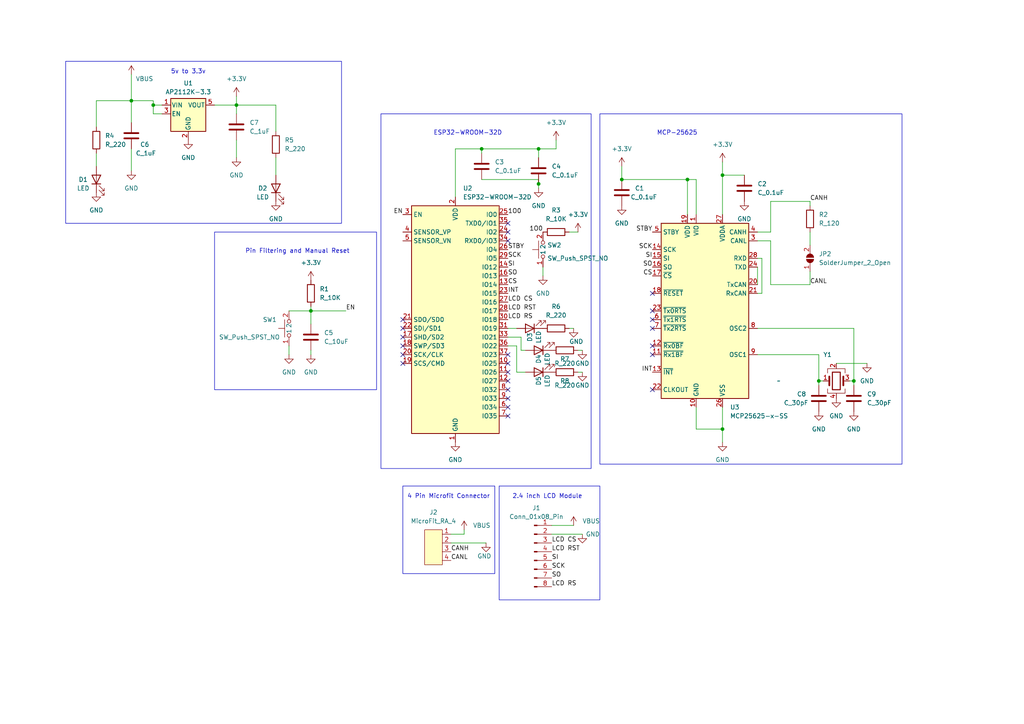
<source format=kicad_sch>
(kicad_sch (version 20230121) (generator eeschema)
  (paper "A4")
  (lib_symbols
    (symbol "Connector:Conn_01x08_Pin" (pin_names (offset 1.016) hide)
      (property "Reference" "J" (at 0 10.16 0))
      (property "Value" "Conn_01x08_Pin" (at 0 -12.7 0))
      (symbol "Conn_01x08_Pin_1_1"
        (polyline (pts (xy 1.27 -10.16) (xy 0.8636 -10.16)) (stroke (width 0.1524)))
        (polyline (pts (xy 1.27 -7.62) (xy 0.8636 -7.62)) (stroke (width 0.1524)))
        (polyline (pts (xy 1.27 -5.08) (xy 0.8636 -5.08)) (stroke (width 0.1524)))
        (polyline (pts (xy 1.27 -2.54) (xy 0.8636 -2.54)) (stroke (width 0.1524)))
        (polyline (pts (xy 1.27 0) (xy 0.8636 0)) (stroke (width 0.1524)))
        (polyline (pts (xy 1.27 2.54) (xy 0.8636 2.54)) (stroke (width 0.1524)))
        (polyline (pts (xy 1.27 5.08) (xy 0.8636 5.08)) (stroke (width 0.1524)))
        (polyline (pts (xy 1.27 7.62) (xy 0.8636 7.62)) (stroke (width 0.1524)))
        (rectangle (start 0.8636 -10.033) (end 0 -10.287) (stroke (width 0.1524)) (fill (type outline)))
        (rectangle (start 0.8636 -7.493) (end 0 -7.747) (stroke (width 0.1524)) (fill (type outline)))
        (rectangle (start 0.8636 -4.953) (end 0 -5.207) (stroke (width 0.1524)) (fill (type outline)))
        (rectangle (start 0.8636 -2.413) (end 0 -2.667) (stroke (width 0.1524)) (fill (type outline)))
        (rectangle (start 0.8636 0.127) (end 0 -0.127) (stroke (width 0.1524)) (fill (type outline)))
        (rectangle (start 0.8636 2.667) (end 0 2.413) (stroke (width 0.1524)) (fill (type outline)))
        (rectangle (start 0.8636 5.207) (end 0 4.953) (stroke (width 0.1524)) (fill (type outline)))
        (rectangle (start 0.8636 7.747) (end 0 7.493) (stroke (width 0.1524)) (fill (type outline)))
        (pin passive line (at 5.08 7.62 180) (length 3.81) (name "Pin_1") (number "1"))
        (pin passive line (at 5.08 5.08 180) (length 3.81) (name "Pin_2") (number "2"))
        (pin passive line (at 5.08 2.54 180) (length 3.81) (name "Pin_3") (number "3"))
        (pin passive line (at 5.08 0 180) (length 3.81) (name "Pin_4") (number "4"))
        (pin passive line (at 5.08 -2.54 180) (length 3.81) (name "Pin_5") (number "5"))
        (pin passive line (at 5.08 -5.08 180) (length 3.81) (name "Pin_6") (number "6"))
        (pin passive line (at 5.08 -7.62 180) (length 3.81) (name "Pin_7") (number "7"))
        (pin passive line (at 5.08 -10.16 180) (length 3.81) (name "Pin_8") (number "8"))
      )
    )
    (symbol "Device:LED" (pin_numbers hide) (pin_names (offset 1.016) hide)
      (property "Reference" "D" (at 0 2.54 0))
      (property "Value" "LED" (at 0 -2.54 0))
      (symbol "LED_0_1"
        (polyline (pts (xy -1.27 -1.27) (xy -1.27 1.27)) (stroke (width 0.254)))
        (polyline (pts (xy -1.27 0) (xy 1.27 0)))
        (polyline (pts (xy 1.27 -1.27) (xy 1.27 1.27) (xy -1.27 0) (xy 1.27 -1.27)) (stroke (width 0.254)))
        (polyline (pts (xy -3.048 -0.762) (xy -4.572 -2.286) (xy -3.81 -2.286) (xy -4.572 -2.286) (xy -4.572 -1.524)))
        (polyline (pts (xy -1.778 -0.762) (xy -3.302 -2.286) (xy -2.54 -2.286) (xy -3.302 -2.286) (xy -3.302 -1.524)))
      )
      (symbol "LED_1_1"
        (pin passive line (at -3.81 0 0) (length 2.54) (name "K") (number "1"))
        (pin passive line (at 3.81 0 180) (length 2.54) (name "A") (number "2"))
      )
    )
    (symbol "Jumper:SolderJumper_2_Open" (pin_names (offset 0) hide)
      (property "Reference" "JP" (at 0 2.032 0))
      (property "Value" "SolderJumper_2_Open" (at 0 -2.54 0))
      (symbol "SolderJumper_2_Open_0_1"
        (arc (start -0.254 1.016) (mid -1.2656 0) (end -0.254 -1.016))
        (arc (start -0.254 1.016) (mid -1.2656 0) (end -0.254 -1.016) (fill (type outline)))
        (polyline (pts (xy -0.254 1.016) (xy -0.254 -1.016)))
        (polyline (pts (xy 0.254 1.016) (xy 0.254 -1.016)))
        (arc (start 0.254 -1.016) (mid 1.2656 0) (end 0.254 1.016))
        (arc (start 0.254 -1.016) (mid 1.2656 0) (end 0.254 1.016) (fill (type outline)))
      )
      (symbol "SolderJumper_2_Open_1_1"
        (pin passive line (at -3.81 0 0) (length 2.54) (name "A") (number "1"))
        (pin passive line (at 3.81 0 180) (length 2.54) (name "B") (number "2"))
      )
    )
    (symbol "OEM:30pF" (pin_numbers hide) (pin_names (offset 0.254))
      (property "Reference" "C" (at 0.635 2.54 0))
      (property "Value" "30pF" (at 0.635 -2.54 0))
      (symbol "30pF_0_1"
        (polyline (pts (xy -2.032 -0.762) (xy 2.032 -0.762)) (stroke (width 0.508)))
        (polyline (pts (xy -2.032 0.762) (xy 2.032 0.762)) (stroke (width 0.508)))
      )
      (symbol "30pF_1_1"
        (pin passive line (at 0 3.81 270) (length 2.794) (name "~") (number "1"))
        (pin passive line (at 0 -3.81 90) (length 2.794) (name "~") (number "2"))
      )
    )
    (symbol "OEM:Crystal_16MHz_18pF" (pin_names (offset 1.016) hide)
      (property "Reference" "Y" (at 3.175 5.08 0))
      (property "Value" "Crystal_16MHz_18pF" (at 3.175 3.175 0))
      (symbol "Crystal_16MHz_18pF_0_1"
        (rectangle (start -1.143 2.54) (end 1.143 -2.54) (stroke (width 0.3048)))
        (polyline (pts (xy -2.54 0) (xy -2.032 0)))
        (polyline (pts (xy -2.032 -1.27) (xy -2.032 1.27)) (stroke (width 0.508)))
        (polyline (pts (xy 0 -3.81) (xy 0 -3.556)))
        (polyline (pts (xy 0 3.556) (xy 0 3.81)))
        (polyline (pts (xy 2.032 -1.27) (xy 2.032 1.27)) (stroke (width 0.508)))
        (polyline (pts (xy 2.032 0) (xy 2.54 0)))
        (polyline (pts (xy -2.54 -2.286) (xy -2.54 -3.556) (xy 2.54 -3.556) (xy 2.54 -2.286)))
        (polyline (pts (xy -2.54 2.286) (xy -2.54 3.556) (xy 2.54 3.556) (xy 2.54 2.286)))
      )
      (symbol "Crystal_16MHz_18pF_1_1"
        (pin passive line (at -3.81 0 0) (length 1.27) (name "1") (number "1"))
        (pin passive line (at 0 5.08 270) (length 1.27) (name "2") (number "2"))
        (pin passive line (at 3.81 0 180) (length 1.27) (name "3") (number "3"))
        (pin passive line (at 0 -5.08 90) (length 1.27) (name "4") (number "4"))
      )
    )
    (symbol "RF_Module:ESP32-WROOM-32D"
      (property "Reference" "U" (at -12.7 34.29 0))
      (property "Value" "ESP32-WROOM-32D" (at 1.27 34.29 0))
      (symbol "ESP32-WROOM-32D_0_1"
        (rectangle (start -12.7 33.02) (end 12.7 -33.02) (stroke (width 0.254)) (fill (type background)))
      )
      (symbol "ESP32-WROOM-32D_1_1"
        (pin power_in line (at 0 -35.56 90) (length 2.54) (name "GND") (number "1"))
        (pin bidirectional line (at 15.24 -12.7 180) (length 2.54) (name "IO25") (number "10"))
        (pin bidirectional line (at 15.24 -15.24 180) (length 2.54) (name "IO26") (number "11"))
        (pin bidirectional line (at 15.24 -17.78 180) (length 2.54) (name "IO27") (number "12"))
        (pin bidirectional line (at 15.24 10.16 180) (length 2.54) (name "IO14") (number "13"))
        (pin bidirectional line (at 15.24 15.24 180) (length 2.54) (name "IO12") (number "14"))
        (pin passive line (at 0 -35.56 90) (length 2.54) hide (name "GND") (number "15"))
        (pin bidirectional line (at 15.24 12.7 180) (length 2.54) (name "IO13") (number "16"))
        (pin bidirectional line (at -15.24 -5.08 0) (length 2.54) (name "SHD/SD2") (number "17"))
        (pin bidirectional line (at -15.24 -7.62 0) (length 2.54) (name "SWP/SD3") (number "18"))
        (pin bidirectional line (at -15.24 -12.7 0) (length 2.54) (name "SCS/CMD") (number "19"))
        (pin power_in line (at 0 35.56 270) (length 2.54) (name "VDD") (number "2"))
        (pin bidirectional line (at -15.24 -10.16 0) (length 2.54) (name "SCK/CLK") (number "20"))
        (pin bidirectional line (at -15.24 0 0) (length 2.54) (name "SDO/SD0") (number "21"))
        (pin bidirectional line (at -15.24 -2.54 0) (length 2.54) (name "SDI/SD1") (number "22"))
        (pin bidirectional line (at 15.24 7.62 180) (length 2.54) (name "IO15") (number "23"))
        (pin bidirectional line (at 15.24 25.4 180) (length 2.54) (name "IO2") (number "24"))
        (pin bidirectional line (at 15.24 30.48 180) (length 2.54) (name "IO0") (number "25"))
        (pin bidirectional line (at 15.24 20.32 180) (length 2.54) (name "IO4") (number "26"))
        (pin bidirectional line (at 15.24 5.08 180) (length 2.54) (name "IO16") (number "27"))
        (pin bidirectional line (at 15.24 2.54 180) (length 2.54) (name "IO17") (number "28"))
        (pin bidirectional line (at 15.24 17.78 180) (length 2.54) (name "IO5") (number "29"))
        (pin input line (at -15.24 30.48 0) (length 2.54) (name "EN") (number "3"))
        (pin bidirectional line (at 15.24 0 180) (length 2.54) (name "IO18") (number "30"))
        (pin bidirectional line (at 15.24 -2.54 180) (length 2.54) (name "IO19") (number "31"))
        (pin no_connect line (at -12.7 -27.94 0) (length 2.54) hide (name "NC") (number "32"))
        (pin bidirectional line (at 15.24 -5.08 180) (length 2.54) (name "IO21") (number "33"))
        (pin bidirectional line (at 15.24 22.86 180) (length 2.54) (name "RXD0/IO3") (number "34"))
        (pin bidirectional line (at 15.24 27.94 180) (length 2.54) (name "TXD0/IO1") (number "35"))
        (pin bidirectional line (at 15.24 -7.62 180) (length 2.54) (name "IO22") (number "36"))
        (pin bidirectional line (at 15.24 -10.16 180) (length 2.54) (name "IO23") (number "37"))
        (pin passive line (at 0 -35.56 90) (length 2.54) hide (name "GND") (number "38"))
        (pin passive line (at 0 -35.56 90) (length 2.54) hide (name "GND") (number "39"))
        (pin input line (at -15.24 25.4 0) (length 2.54) (name "SENSOR_VP") (number "4"))
        (pin input line (at -15.24 22.86 0) (length 2.54) (name "SENSOR_VN") (number "5"))
        (pin input line (at 15.24 -25.4 180) (length 2.54) (name "IO34") (number "6"))
        (pin input line (at 15.24 -27.94 180) (length 2.54) (name "IO35") (number "7"))
        (pin bidirectional line (at 15.24 -20.32 180) (length 2.54) (name "IO32") (number "8"))
        (pin bidirectional line (at 15.24 -22.86 180) (length 2.54) (name "IO33") (number "9"))
      )
    )
    (symbol "Regulator_Linear:AP2112K-3.3" (pin_names (offset 0.254))
      (property "Reference" "U" (at -5.08 5.715 0))
      (property "Value" "AP2112K-3.3" (at 0 5.715 0))
      (symbol "AP2112K-3.3_0_1"
        (rectangle (start -5.08 4.445) (end 5.08 -5.08) (stroke (width 0.254)) (fill (type background)))
      )
      (symbol "AP2112K-3.3_1_1"
        (pin power_in line (at -7.62 2.54 0) (length 2.54) (name "VIN") (number "1"))
        (pin power_in line (at 0 -7.62 90) (length 2.54) (name "GND") (number "2"))
        (pin input line (at -7.62 0 0) (length 2.54) (name "EN") (number "3"))
        (pin no_connect line (at 5.08 0 180) (length 2.54) hide (name "NC") (number "4"))
        (pin power_out line (at 7.62 2.54 180) (length 2.54) (name "VOUT") (number "5"))
      )
    )
    (symbol "formula:C_0.1uF" (pin_numbers hide) (pin_names (offset 0.254))
      (property "Reference" "C" (at 0.635 2.54 0))
      (property "Value" "C_0.1uF" (at 0.635 -2.54 0))
      (symbol "C_0.1uF_0_1"
        (polyline (pts (xy -2.032 -0.762) (xy 2.032 -0.762)) (stroke (width 0.508)))
        (polyline (pts (xy -2.032 0.762) (xy 2.032 0.762)) (stroke (width 0.508)))
      )
      (symbol "C_0.1uF_1_1"
        (pin passive line (at 0 3.81 270) (length 2.794) (name "~") (number "1"))
        (pin passive line (at 0 -3.81 90) (length 2.794) (name "~") (number "2"))
      )
    )
    (symbol "formula:C_10uF" (pin_numbers hide) (pin_names (offset 0.254))
      (property "Reference" "C" (at 0.635 3.81 0))
      (property "Value" "C_10uF" (at 0.635 -1.27 0))
      (symbol "C_10uF_0_1"
        (polyline (pts (xy -2.032 0.508) (xy 2.032 0.508)) (stroke (width 0.508)))
        (polyline (pts (xy -2.032 2.032) (xy 2.032 2.032)) (stroke (width 0.508)))
      )
      (symbol "C_10uF_1_1"
        (pin passive line (at 0 5.08 270) (length 2.794) (name "~") (number "1"))
        (pin passive line (at 0 -2.54 90) (length 2.794) (name "~") (number "2"))
      )
    )
    (symbol "formula:C_1uF" (pin_numbers hide) (pin_names (offset 0.254))
      (property "Reference" "C" (at 0.635 3.81 0))
      (property "Value" "C_1uF" (at 0.635 -1.27 0))
      (symbol "C_1uF_0_1"
        (polyline (pts (xy -2.032 0.508) (xy 2.032 0.508)) (stroke (width 0.508)))
        (polyline (pts (xy -2.032 2.032) (xy 2.032 2.032)) (stroke (width 0.508)))
      )
      (symbol "C_1uF_1_1"
        (pin passive line (at 0 5.08 270) (length 2.794) (name "~") (number "1"))
        (pin passive line (at 0 -2.54 90) (length 2.794) (name "~") (number "2"))
      )
    )
    (symbol "formula:MCP25625-x-SS"
      (property "Reference" "U" (at -11.43 26.67 0))
      (property "Value" "MCP25625-x-SS" (at 15.24 26.67 0))
      (symbol "MCP25625-x-SS_0_1"
        (rectangle (start -12.7 25.4) (end 12.7 -25.4) (stroke (width 0.254)) (fill (type background)))
      )
      (symbol "MCP25625-x-SS_1_1"
        (pin power_in line (at -2.54 27.94 270) (length 2.54) (name "VIO") (number "1"))
        (pin power_in line (at -2.54 -27.94 90) (length 2.54) (name "GND") (number "10"))
        (pin output line (at -15.24 -12.7 0) (length 2.54) (name "~{Rx1BF}") (number "11"))
        (pin output line (at -15.24 -10.16 0) (length 2.54) (name "~{Rx0BF}") (number "12"))
        (pin output line (at -15.24 -17.78 0) (length 2.54) (name "~{INT}") (number "13"))
        (pin input line (at -15.24 17.78 0) (length 2.54) (name "SCK") (number "14"))
        (pin input line (at -15.24 15.24 0) (length 2.54) (name "SI") (number "15"))
        (pin output line (at -15.24 12.7 0) (length 2.54) (name "SO") (number "16"))
        (pin input line (at -15.24 10.16 0) (length 2.54) (name "~{CS}") (number "17"))
        (pin input line (at -15.24 5.08 0) (length 2.54) (name "~{RESET}") (number "18"))
        (pin power_in line (at -5.08 27.94 270) (length 2.54) (name "VDD") (number "19"))
        (pin no_connect line (at 12.7 -15.24 180) (length 2.54) hide (name "NC") (number "2"))
        (pin output line (at 15.24 7.62 180) (length 2.54) (name "TxCAN") (number "20"))
        (pin input line (at 15.24 5.08 180) (length 2.54) (name "RxCAN") (number "21"))
        (pin output line (at -15.24 -22.86 0) (length 2.54) (name "CLKOUT") (number "22"))
        (pin input line (at -15.24 0 0) (length 2.54) (name "~{Tx0RTS}") (number "23"))
        (pin input line (at 15.24 12.7 180) (length 2.54) (name "TXD") (number "24"))
        (pin no_connect line (at 12.7 -17.78 180) (length 2.54) hide (name "NC") (number "25"))
        (pin power_in line (at 5.08 -27.94 90) (length 2.54) (name "VSS") (number "26"))
        (pin power_in line (at 5.08 27.94 270) (length 2.54) (name "VDDA") (number "27"))
        (pin output line (at 15.24 15.24 180) (length 2.54) (name "RXD") (number "28"))
        (pin bidirectional line (at 15.24 20.32 180) (length 2.54) (name "CANL") (number "3"))
        (pin bidirectional line (at 15.24 22.86 180) (length 2.54) (name "CANH") (number "4"))
        (pin input line (at -15.24 22.86 0) (length 2.54) (name "STBY") (number "5"))
        (pin input line (at -15.24 -2.54 0) (length 2.54) (name "~{Tx1RTS}") (number "6"))
        (pin input line (at -15.24 -5.08 0) (length 2.54) (name "~{Tx2RTS}") (number "7"))
        (pin output line (at 15.24 -5.08 180) (length 2.54) (name "OSC2") (number "8"))
        (pin input line (at 15.24 -12.7 180) (length 2.54) (name "OSC1") (number "9"))
      )
    )
    (symbol "formula:MicroFit_RA_4" (pin_names (offset 1.016))
      (property "Reference" "J" (at 0 10.16 0))
      (property "Value" "MicroFit_RA_4" (at 0 7.62 0))
      (symbol "MicroFit_RA_4_1_1"
        (rectangle (start -2.54 5.08) (end 2.54 -5.08) (fill (type background)))
        (pin input line (at 5.08 3.81 180) (length 2.54) (name "~") (number "1"))
        (pin input line (at 5.08 1.27 180) (length 2.54) (name "~") (number "2"))
        (pin input line (at 5.08 -1.27 180) (length 2.54) (name "~") (number "3"))
        (pin input line (at 5.08 -3.81 180) (length 2.54) (name "~") (number "4"))
      )
    )
    (symbol "formula:R_10K" (pin_numbers hide) (pin_names (offset 0))
      (property "Reference" "R" (at 2.032 0 90))
      (property "Value" "R_10K" (at -2.54 0 90))
      (symbol "R_10K_0_1"
        (rectangle (start -1.016 -2.54) (end 1.016 2.54) (stroke (width 0.254)))
      )
      (symbol "R_10K_1_1"
        (pin passive line (at 0 3.81 270) (length 1.27) (name "~") (number "1"))
        (pin passive line (at 0 -3.81 90) (length 1.27) (name "~") (number "2"))
      )
    )
    (symbol "formula:R_120" (pin_numbers hide) (pin_names (offset 0))
      (property "Reference" "R" (at 2.032 0 90))
      (property "Value" "R_120" (at -2.54 0 90))
      (symbol "R_120_0_1"
        (rectangle (start -1.016 -2.54) (end 1.016 2.54) (stroke (width 0.254)))
      )
      (symbol "R_120_1_1"
        (pin passive line (at 0 3.81 270) (length 1.27) (name "~") (number "1"))
        (pin passive line (at 0 -3.81 90) (length 1.27) (name "~") (number "2"))
      )
    )
    (symbol "formula:SW_Push_SPST_NO" (pin_names (offset 1.016))
      (property "Reference" "SW" (at 2.54 3.81 0))
      (property "Value" "SW_Push_SPST_NO" (at 1.27 -2.54 0))
      (symbol "SW_Push_SPST_NO_1_1"
        (circle (center -2.032 0) (radius 0.508))
        (polyline (pts (xy 0 1.27) (xy 0 3.048)))
        (polyline (pts (xy 2.54 1.27) (xy -2.54 1.27)))
        (circle (center 2.032 0) (radius 0.508))
        (pin passive line (at -5.08 0 0) (length 2.54) (name "1") (number "1"))
        (pin passive line (at 5.08 0 180) (length 2.54) (name "2") (number "2"))
      )
    )
    (symbol "power:+3.3V" (power) (pin_names (offset 0))
      (property "Value" "+3.3V" (at 0 3.556 0))
      (symbol "+3.3V_0_1"
        (polyline (pts (xy -0.762 1.27) (xy 0 2.54)))
        (polyline (pts (xy 0 0) (xy 0 2.54)))
        (polyline (pts (xy 0 2.54) (xy 0.762 1.27)))
      )
      (symbol "+3.3V_1_1"
        (pin power_in line (at 0 0 90) (length 0) hide (name "+3.3V") (number "1"))
      )
    )
    (symbol "power:GND" (power) (pin_names (offset 0))
      (property "Value" "GND" (at 0 -3.81 0))
      (symbol "GND_0_1"
        (polyline (pts (xy 0 0) (xy 0 -1.27) (xy 1.27 -1.27) (xy 0 -2.54) (xy -1.27 -1.27) (xy 0 -1.27)))
      )
      (symbol "GND_1_1"
        (pin power_in line (at 0 0 270) (length 0) hide (name "GND") (number "1"))
      )
    )
    (symbol "power:VBUS" (power) (pin_names (offset 0))
      (property "Value" "VBUS" (at 0 3.81 0))
      (symbol "VBUS_0_1"
        (polyline (pts (xy -0.762 1.27) (xy 0 2.54)))
        (polyline (pts (xy 0 0) (xy 0 2.54)))
        (polyline (pts (xy 0 2.54) (xy 0.762 1.27)))
      )
      (symbol "VBUS_1_1"
        (pin power_in line (at 0 0 90) (length 0) hide (name "VBUS") (number "1"))
      )
    )
  )
  (junction (at 156.21 53.34))
  (junction (at 199.39 52.07))
  (junction (at 237.49 110.49))
  (junction (at 68.58 30.48))
  (junction (at 209.55 124.46))
  (junction (at 44.45 30.48))
  (junction (at 180.34 52.07))
  (junction (at 139.7 43.18))
  (junction (at 156.21 43.18))
  (junction (at 209.55 50.8))
  (junction (at 90.17 90.17))
  (junction (at 247.65 110.49))
  (junction (at 38.1 29.21))
  (no_connect (at 147.32 107.95))
  (no_connect (at 116.84 102.87))
  (no_connect (at 189.23 92.71))
  (no_connect (at 116.84 92.71))
  (no_connect (at 147.32 115.57))
  (no_connect (at 147.32 110.49))
  (no_connect (at 147.32 67.31))
  (no_connect (at 147.32 102.87))
  (no_connect (at 147.32 120.65))
  (no_connect (at 147.32 118.11))
  (no_connect (at 147.32 113.03))
  (no_connect (at 189.23 102.87))
  (no_connect (at 189.23 113.03))
  (no_connect (at 189.23 90.17))
  (no_connect (at 189.23 100.33))
  (no_connect (at 189.23 85.09))
  (no_connect (at 116.84 97.79))
  (no_connect (at 116.84 105.41))
  (no_connect (at 116.84 95.25))
  (no_connect (at 189.23 95.25))
  (no_connect (at 147.32 105.41))
  (no_connect (at 147.32 69.85))
  (no_connect (at 147.32 64.77))
  (no_connect (at 116.84 100.33))
  (wire (pts (xy 234.95 67.31) (xy 234.95 71.12)))
  (wire (pts (xy 166.37 152.4) (xy 160.02 152.4)))
  (wire (pts (xy 90.17 90.17) (xy 90.17 93.98)))
  (wire (pts (xy 44.45 29.21) (xy 44.45 30.48)))
  (wire (pts (xy 223.52 58.42) (xy 223.52 67.31)))
  (wire (pts (xy 38.1 29.21) (xy 27.94 29.21)))
  (wire (pts (xy 201.93 124.46) (xy 209.55 124.46)))
  (wire (pts (xy 83.82 100.33) (xy 83.82 102.87)))
  (wire (pts (xy 223.52 67.31) (xy 219.71 67.31)))
  (wire (pts (xy 38.1 29.21) (xy 44.45 29.21)))
  (wire (pts (xy 209.55 118.11) (xy 209.55 124.46)))
  (wire (pts (xy 149.86 107.95) (xy 152.4 107.95)))
  (wire (pts (xy 156.21 43.18) (xy 161.29 43.18)))
  (wire (pts (xy 156.21 43.18) (xy 156.21 45.72)))
  (wire (pts (xy 27.94 29.21) (xy 27.94 36.83)))
  (wire (pts (xy 168.91 107.95) (xy 167.64 107.95)))
  (wire (pts (xy 223.52 82.55) (xy 234.95 82.55)))
  (wire (pts (xy 149.86 100.33) (xy 149.86 107.95)))
  (wire (pts (xy 68.58 27.94) (xy 68.58 30.48)))
  (wire (pts (xy 234.95 82.55) (xy 234.95 78.74)))
  (wire (pts (xy 165.1 67.31) (xy 167.64 67.31)))
  (wire (pts (xy 209.55 124.46) (xy 209.55 128.27)))
  (wire (pts (xy 147.32 95.25) (xy 149.86 95.25)))
  (wire (pts (xy 90.17 88.9) (xy 90.17 90.17)))
  (wire (pts (xy 130.81 157.48) (xy 140.97 157.48)))
  (wire (pts (xy 62.23 30.48) (xy 68.58 30.48)))
  (wire (pts (xy 237.49 102.87) (xy 237.49 110.49)))
  (wire (pts (xy 242.57 105.41) (xy 251.46 105.41)))
  (wire (pts (xy 46.99 33.02) (xy 44.45 33.02)))
  (wire (pts (xy 237.49 110.49) (xy 237.49 111.76)))
  (wire (pts (xy 44.45 30.48) (xy 46.99 30.48)))
  (wire (pts (xy 157.48 77.47) (xy 157.48 80.01)))
  (wire (pts (xy 168.91 101.6) (xy 167.64 101.6)))
  (wire (pts (xy 68.58 40.64) (xy 68.58 45.72)))
  (wire (pts (xy 234.95 58.42) (xy 223.52 58.42)))
  (wire (pts (xy 180.34 52.07) (xy 199.39 52.07)))
  (wire (pts (xy 132.08 43.18) (xy 139.7 43.18)))
  (wire (pts (xy 199.39 52.07) (xy 201.93 52.07)))
  (wire (pts (xy 68.58 30.48) (xy 80.01 30.48)))
  (wire (pts (xy 139.7 43.18) (xy 156.21 43.18)))
  (wire (pts (xy 151.13 97.79) (xy 151.13 101.6)))
  (wire (pts (xy 147.32 100.33) (xy 149.86 100.33)))
  (wire (pts (xy 209.55 46.99) (xy 209.55 50.8)))
  (wire (pts (xy 147.32 97.79) (xy 151.13 97.79)))
  (wire (pts (xy 209.55 50.8) (xy 215.9 50.8)))
  (wire (pts (xy 201.93 62.23) (xy 201.93 52.07)))
  (wire (pts (xy 156.21 53.34) (xy 156.21 54.61)))
  (wire (pts (xy 151.13 101.6) (xy 152.4 101.6)))
  (wire (pts (xy 247.65 95.25) (xy 247.65 110.49)))
  (wire (pts (xy 80.01 30.48) (xy 80.01 38.1)))
  (wire (pts (xy 219.71 69.85) (xy 223.52 69.85)))
  (wire (pts (xy 27.94 44.45) (xy 27.94 48.26)))
  (wire (pts (xy 38.1 43.18) (xy 38.1 49.53)))
  (wire (pts (xy 199.39 62.23) (xy 199.39 52.07)))
  (wire (pts (xy 90.17 90.17) (xy 100.33 90.17)))
  (wire (pts (xy 156.21 52.07) (xy 156.21 53.34)))
  (wire (pts (xy 219.71 77.47) (xy 219.71 82.55)))
  (wire (pts (xy 220.98 74.93) (xy 220.98 85.09)))
  (wire (pts (xy 161.29 40.64) (xy 161.29 43.18)))
  (wire (pts (xy 166.37 95.25) (xy 165.1 95.25)))
  (wire (pts (xy 168.91 154.94) (xy 160.02 154.94)))
  (wire (pts (xy 134.62 154.94) (xy 130.81 154.94)))
  (wire (pts (xy 139.7 52.07) (xy 156.21 52.07)))
  (wire (pts (xy 219.71 102.87) (xy 237.49 102.87)))
  (wire (pts (xy 132.08 57.15) (xy 132.08 43.18)))
  (wire (pts (xy 219.71 95.25) (xy 247.65 95.25)))
  (wire (pts (xy 209.55 62.23) (xy 209.55 50.8)))
  (wire (pts (xy 90.17 101.6) (xy 90.17 102.87)))
  (wire (pts (xy 38.1 21.59) (xy 38.1 29.21)))
  (wire (pts (xy 220.98 85.09) (xy 219.71 85.09)))
  (wire (pts (xy 201.93 118.11) (xy 201.93 124.46)))
  (wire (pts (xy 234.95 59.69) (xy 234.95 58.42)))
  (wire (pts (xy 246.38 110.49) (xy 247.65 110.49)))
  (wire (pts (xy 247.65 110.49) (xy 247.65 111.76)))
  (wire (pts (xy 83.82 90.17) (xy 90.17 90.17)))
  (wire (pts (xy 38.1 29.21) (xy 38.1 35.56)))
  (wire (pts (xy 139.7 43.18) (xy 139.7 44.45)))
  (wire (pts (xy 223.52 69.85) (xy 223.52 82.55)))
  (wire (pts (xy 237.49 110.49) (xy 238.76 110.49)))
  (wire (pts (xy 134.62 153.67) (xy 134.62 154.94)))
  (wire (pts (xy 180.34 48.26) (xy 180.34 52.07)))
  (wire (pts (xy 68.58 30.48) (xy 68.58 33.02)))
  (wire (pts (xy 44.45 33.02) (xy 44.45 30.48)))
  (wire (pts (xy 80.01 45.72) (xy 80.01 50.8)))
  (wire (pts (xy 219.71 74.93) (xy 220.98 74.93)))
  (rectangle (start 62.23 67.31) (end 109.22 113.03))
  (rectangle (start 116.84 140.97) (end 143.51 166.37))
  (rectangle (start 173.99 33.02) (end 261.62 134.62))
  (rectangle (start 110.49 33.02) (end 171.45 135.89))
  (rectangle (start 144.78 140.97) (end 173.99 173.99))
  (rectangle (start 19.05 17.78) (end 99.06 64.77))
  (text "2.4 inch LCD Module" (at 148.59 144.78 0) (effects (font (size 1.27 1.27)) (justify left bottom)))
  (text "4 Pin Microfit Connector" (at 118.11 144.78 0) (effects (font (size 1.27 1.27)) (justify left bottom)))
  (text "ESP32-WROOM-32D" (at 125.73 39.37 0) (effects (font (size 1.27 1.27)) (justify left bottom)))
  (text "5v to 3.3v" (at 49.53 21.59 0) (effects (font (size 1.27 1.27)) (justify left bottom)))
  (text "Pin Filtering and Manual Reset" (at 71.12 73.66 0) (effects (font (size 1.27 1.27)) (justify left bottom)))
  (text "MCP-25625" (at 190.5 39.37 0) (effects (font (size 1.27 1.27)) (justify left bottom)))
  (label "LCD RST" (at 147.32 90.17 0))
  (label "LCD RS" (at 147.32 92.71 0))
  (label "STBY" (at 189.23 67.31 180))
  (label "SO" (at 160.02 167.64 0))
  (label "LCD CS" (at 160.02 157.48 0))
  (label "CS" (at 147.32 82.55 0))
  (label "SCK" (at 189.23 72.39 180))
  (label "LCD RS" (at 160.02 170.18 0))
  (label "CANL" (at 234.95 82.55 0))
  (label "CANL" (at 130.81 162.56 0))
  (label "LCD CS" (at 147.32 87.63 0))
  (label "1O0" (at 147.32 62.23 0))
  (label "CS" (at 189.23 80.01 180))
  (label "CANH" (at 234.95 58.42 0))
  (label "INT" (at 147.32 85.09 0))
  (label "EN" (at 100.33 90.17 0))
  (label "SI" (at 160.02 162.56 0))
  (label "1O0" (at 157.48 67.31 180))
  (label "SCK" (at 160.02 165.1 0))
  (label "SO" (at 147.32 80.01 0))
  (label "LCD RST" (at 160.02 160.02 0))
  (label "CANH" (at 130.81 160.02 0))
  (label "STBY" (at 147.32 72.39 0))
  (label "EN" (at 116.84 62.23 180))
  (label "SCK" (at 147.32 74.93 0))
  (label "SI" (at 147.32 77.47 0))
  (label "SI" (at 189.23 74.93 180))
  (label "SO" (at 189.23 77.47 180))
  (label "INT" (at 189.23 107.95 180))
  (symbol (lib_id "power:GND") (at 242.57 115.57 0) (unit 1)
    (property "Reference" "#PWR023" (effects hide))
    (property "Value" "GND" (at 242.57 120.65 0))
  )
  (symbol (lib_id "power:GND") (at 168.91 107.95 0) (unit 1)
    (property "Reference" "#PWR030" (effects hide))
    (property "Value" "GND" (at 168.91 111.76 0))
  )
  (symbol (lib_id "power:GND") (at 157.48 80.01 0) (unit 1)
    (property "Reference" "#PWR031" (effects hide))
    (property "Value" "GND" (at 157.48 85.09 0))
  )
  (symbol (lib_id "power:+3.3V") (at 209.55 46.99 0) (unit 1)
    (property "Reference" "#PWR018" (effects hide))
    (property "Value" "+3.3V" (at 209.55 41.91 0))
  )
  (symbol (lib_id "power:VBUS") (at 38.1 21.59 0) (unit 1)
    (property "Reference" "#PWR015" (effects hide))
    (property "Value" "VBUS" (at 41.91 22.86 0))
  )
  (symbol (lib_id "formula:MCP25625-x-SS") (at 204.47 90.17 0) (unit 1)
    (property "Reference" "U3" (at 211.7441 118.11 0) (effects (justify left)))
    (property "Value" "MCP25625-x-SS" (at 211.7441 120.65 0) (effects (justify left)))
    (property "Footprint" "Package_SO:SSOP-28_5.3x10.2mm_P0.65mm" (effects hide))
    (property "Datasheet" "http://ww1.microchip.com/downloads/en/DeviceDoc/20005282B.pdf" (effects hide))
    (property "MFN" "DK" (effects hide))
    (property "MPN" "MCP25625-E/SS-ND" (effects hide))
    (property "PurchasingLink" "https://www.digikey.com/product-detail/en/microchip-technology/MCP25625-E-SS/MCP25625-E-SS-ND/4842805" (effects hide))
  )
  (symbol (lib_id "power:+3.3V") (at 180.34 48.26 0) (unit 1)
    (property "Reference" "#PWR017" (effects hide))
    (property "Value" "+3.3V" (at 180.34 43.18 0))
  )
  (symbol (lib_id "power:GND") (at 132.08 128.27 0) (unit 1)
    (property "Reference" "#PWR01" (effects hide))
    (property "Value" "GND" (at 132.08 133.35 0))
  )
  (symbol (lib_id "power:GND") (at 251.46 105.41 0) (unit 1)
    (property "Reference" "#PWR025" (effects hide))
    (property "Value" "GND" (at 251.46 110.49 0))
  )
  (symbol (lib_id "power:GND") (at 38.1 49.53 0) (unit 1)
    (property "Reference" "#PWR011" (effects hide))
    (property "Value" "GND" (at 38.1 54.61 0))
  )
  (symbol (lib_id "formula:C_10uF") (at 90.17 99.06 0) (unit 1)
    (property "Reference" "C5" (at 93.98 96.52 0) (effects (justify left)))
    (property "Value" "C_10uF" (at 93.98 99.06 0) (effects (justify left)))
    (property "Footprint" "Capacitor_SMD:C_0603_1608Metric" (effects hide))
    (property "Datasheet" "http://www.samsungsem.com/kr/support/product-search/mlcc/__icsFiles/afieldfile/2018/06/20/CL21A106KPFNNNE.pdf" (effects hide))
    (property "MFN" "DK" (effects hide))
    (property "MPN" "1276-1052-1-ND" (effects hide))
    (property "PurchasingLink" "https://www.digikey.com/product-detail/en/samsung-electro-mechanics/CL21A106KPFNNNE/1276-1052-1-ND/3889138" (effects hide))
  )
  (symbol (lib_id "formula:C_1uF") (at 38.1 40.64 0) (unit 1)
    (property "Reference" "C6" (at 40.64 41.91 0) (effects (justify left)))
    (property "Value" "C_1uF" (at 39.37 44.45 0) (effects (justify left)))
    (property "Footprint" "Capacitor_SMD:C_0603_1608Metric" (effects hide))
    (property "Datasheet" "https://media.digikey.com/pdf/Data%20Sheets/Samsung%20PDFs/CL21B105KBFNNNG_Spec.pdf" (effects hide))
    (property "PurchasingLink" "https://www.digikey.com/en/products/detail/samsung-electro-mechanics/CL21B105KBFNNNG/3894467" (effects hide))
    (property "MFN" "DK" (effects hide))
    (property "MPN" "1276-6470-1-ND" (effects hide))
  )
  (symbol (lib_id "Device:LED") (at 153.67 95.25 180) (unit 1)
    (property "Reference" "D3" (at 153.67 97.79 90))
    (property "Value" "LED" (at 156.21 97.79 90))
    (property "Footprint" "LED_SMD:LED_0603_1608Metric" (effects hide))
  )
  (symbol (lib_id "power:GND") (at 156.21 54.61 0) (unit 1)
    (property "Reference" "#PWR02" (effects hide))
    (property "Value" "GND" (at 156.21 59.69 0))
  )
  (symbol (lib_id "power:GND") (at 90.17 102.87 0) (unit 1)
    (property "Reference" "#PWR09" (effects hide))
    (property "Value" "GND" (at 90.17 107.95 0))
  )
  (symbol (lib_id "formula:R_10K") (at 163.83 101.6 90) (unit 1)
    (property "Reference" "R7" (at 163.83 104.14 90))
    (property "Value" "R_220" (at 163.83 105.41 90))
    (property "Footprint" "footprints:R_0603_1608Metric" (effects hide))
    (property "Datasheet" "http://www.bourns.com/data/global/pdfs/CRS.pdf" (effects hide))
    (property "MFN" "DK" (effects hide))
    (property "MPN" "CRS0805-FX-1002ELFCT-ND" (effects hide))
    (property "PurchasingLink" "https://www.digikey.com/products/en?keywords=CRS0805-FX-1002ELFCT-ND" (effects hide))
  )
  (symbol (lib_id "formula:MicroFit_RA_4") (at 125.73 158.75 0) (unit 1)
    (property "Reference" "J2" (at 125.73 148.59 0))
    (property "Value" "MicroFit_RA_4" (at 125.73 151.13 0))
    (property "Footprint" "footprints:MicroFit_RA_4" (effects hide))
    (property "Purchasing Link" "https://www.digikey.com/product-detail/en/molex/0430450400/WM1814-ND/252527" (effects hide))
    (property "PurchasingLink" "https://www.digikey.com/product-detail/en/molex/0430450400/WM1814-ND/252527" (effects hide))
  )
  (symbol (lib_id "Device:LED") (at 156.21 101.6 180) (unit 1)
    (property "Reference" "D4" (at 156.21 104.14 90))
    (property "Value" "LED" (at 158.75 104.14 90))
    (property "Footprint" "LED_SMD:LED_0603_1608Metric" (effects hide))
  )
  (symbol (lib_id "power:GND") (at 237.49 119.38 0) (unit 1)
    (property "Reference" "#PWR022" (effects hide))
    (property "Value" "GND" (at 237.49 124.46 0))
  )
  (symbol (lib_id "power:GND") (at 166.37 95.25 0) (unit 1)
    (property "Reference" "#PWR028" (effects hide))
    (property "Value" "GND" (at 165.1 99.06 0) (effects (justify left)))
  )
  (symbol (lib_id "formula:R_120") (at 234.95 63.5 0) (unit 1)
    (property "Reference" "R2" (at 237.49 62.23 0) (effects (justify left)))
    (property "Value" "R_120" (at 237.49 64.77 0) (effects (justify left)))
    (property "Footprint" "footprints:R_0603_1608Metric" (effects hide))
    (property "Datasheet" "https://www.mouser.com/datasheet/2/315/AOA0000C304-1149620.pdf" (effects hide))
    (property "MFN" "DK" (effects hide))
    (property "MPN" "667-ERJ-6ENF1200V" (effects hide))
    (property "PurchasingLink" "https://www.mouser.com/ProductDetail/Panasonic-Industrial-Devices/ERJ-6ENF1200V?qs=sGAEpiMZZMvdGkrng054t8AJgcdMkx7x%252bFQnctTMUmU%3d" (effects hide))
  )
  (symbol (lib_id "RF_Module:ESP32-WROOM-32D") (at 132.08 92.71 0) (unit 1)
    (property "Reference" "U2" (at 134.2741 54.61 0) (effects (justify left)))
    (property "Value" "ESP32-WROOM-32D" (at 134.2741 57.15 0) (effects (justify left)))
    (property "Footprint" "RF_Module:ESP32-WROOM-32D" (effects hide))
    (property "Datasheet" "https://www.espressif.com/sites/default/files/documentation/esp32-wroom-32d_esp32-wroom-32u_datasheet_en.pdf" (effects hide))
  )
  (symbol (lib_id "power:+3.3V") (at 167.64 67.31 0) (unit 1)
    (property "Reference" "#PWR016" (effects hide))
    (property "Value" "+3.3V" (at 167.64 62.23 0))
  )
  (symbol (lib_id "OEM:30pF") (at 237.49 115.57 180) (unit 1)
    (property "Reference" "C8" (at 231.14 114.3 0) (effects (justify right)))
    (property "Value" "C_30pF" (at 227.33 116.84 0) (effects (justify right)))
    (property "Footprint" "Capacitor_SMD:C_0603_1608Metric" (effects hide))
    (property "Datasheet" "https://www.seielect.com/Catalog/SEI-CML.PDF" (effects hide))
    (property "MFN" "Stackpole Electronics" (effects hide))
    (property "MPN" "CML0603C0G300JT50V" (effects hide))
    (property "DKPN" "738-CML0603C0G300JT50VDKR-ND" (effects hide))
    (property "NewDesigns" "YES" (effects hide))
    (property "Stocked" "Digi-Reel" (effects hide))
    (property "Package" "0603" (effects hide))
    (property "Style" "SMD" (effects hide))
  )
  (symbol (lib_id "power:GND") (at 247.65 119.38 0) (unit 1)
    (property "Reference" "#PWR024" (effects hide))
    (property "Value" "GND" (at 247.65 124.46 0))
  )
  (symbol (lib_id "power:+3.3V") (at 161.29 40.64 0) (unit 1)
    (property "Reference" "#PWR04" (effects hide))
    (property "Value" "+3.3V" (at 161.29 35.56 0))
  )
  (symbol (lib_id "Device:LED") (at 27.94 52.07 90) (unit 1)
    (property "Reference" "D1" (at 24.13 52.07 90))
    (property "Value" "LED" (at 24.13 54.61 90))
    (property "Footprint" "LED_SMD:LED_0603_1608Metric" (effects hide))
  )
  (symbol (lib_id "formula:R_10K") (at 80.01 41.91 0) (unit 1)
    (property "Reference" "R5" (at 82.55 40.64 0) (effects (justify left)))
    (property "Value" "R_220" (at 82.55 43.18 0) (effects (justify left)))
    (property "Footprint" "footprints:R_0603_1608Metric" (effects hide))
    (property "Datasheet" "http://www.bourns.com/data/global/pdfs/CRS.pdf" (effects hide))
    (property "MFN" "DK" (effects hide))
    (property "MPN" "CRS0805-FX-1002ELFCT-ND" (effects hide))
    (property "PurchasingLink" "https://www.digikey.com/products/en?keywords=CRS0805-FX-1002ELFCT-ND" (effects hide))
  )
  (symbol (lib_id "Device:LED") (at 156.21 107.95 180) (unit 1)
    (property "Reference" "D5" (at 156.21 110.49 90))
    (property "Value" "LED" (at 158.75 110.49 90))
    (property "Footprint" "LED_SMD:LED_0603_1608Metric" (effects hide))
  )
  (symbol (lib_id "Device:LED") (at 80.01 54.61 90) (unit 1)
    (property "Reference" "D2" (at 76.2 54.61 90))
    (property "Value" "LED" (at 76.2 57.15 90))
    (property "Footprint" "LED_SMD:LED_0603_1608Metric" (effects hide))
  )
  (symbol (lib_id "power:VBUS") (at 134.62 153.67 0) (unit 1)
    (property "Reference" "#PWR021" (effects hide))
    (property "Value" "VBUS" (at 137.16 152.4 0) (effects (justify left)))
  )
  (symbol (lib_id "formula:R_10K") (at 161.29 67.31 90) (unit 1)
    (property "Reference" "R3" (at 161.29 60.96 90))
    (property "Value" "R_10K" (at 161.29 63.5 90))
    (property "Footprint" "footprints:R_0603_1608Metric" (effects hide))
    (property "Datasheet" "http://www.bourns.com/data/global/pdfs/CRS.pdf" (effects hide))
    (property "MFN" "DK" (effects hide))
    (property "MPN" "CRS0805-FX-1002ELFCT-ND" (effects hide))
    (property "PurchasingLink" "https://www.digikey.com/products/en?keywords=CRS0805-FX-1002ELFCT-ND" (effects hide))
  )
  (symbol (lib_id "power:+3.3V") (at 68.58 27.94 0) (unit 1)
    (property "Reference" "#PWR014" (effects hide))
    (property "Value" "+3.3V" (at 68.58 22.86 0))
  )
  (symbol (lib_id "formula:C_1uF") (at 68.58 38.1 0) (unit 1)
    (property "Reference" "C7" (at 72.39 35.56 0) (effects (justify left)))
    (property "Value" "C_1uF" (at 72.39 38.1 0) (effects (justify left)))
    (property "Footprint" "Capacitor_SMD:C_0603_1608Metric" (effects hide))
    (property "Datasheet" "https://media.digikey.com/pdf/Data%20Sheets/Samsung%20PDFs/CL21B105KBFNNNG_Spec.pdf" (effects hide))
    (property "PurchasingLink" "https://www.digikey.com/en/products/detail/samsung-electro-mechanics/CL21B105KBFNNNG/3894467" (effects hide))
    (property "MFN" "DK" (effects hide))
    (property "MPN" "1276-6470-1-ND" (effects hide))
  )
  (symbol (lib_id "power:GND") (at 27.94 55.88 0) (unit 1)
    (property "Reference" "#PWR026" (effects hide))
    (property "Value" "GND" (at 27.94 60.96 0))
  )
  (symbol (lib_id "OEM:Crystal_16MHz_18pF") (at 242.57 110.49 0) (unit 1)
    (property "Reference" "Y1" (at 238.76 102.87 0) (effects (justify left)))
    (property "Value" "~" (at 225.298 110.49 0) (effects (justify left)))
    (property "Footprint" "OEM:Crystal_TXC7M" (effects hide))
    (property "Datasheet" "http://txccrystal.com/images/pdf/7m.pdf" (effects hide))
    (property "MFN" "TXC" (effects hide))
    (property "MPN" "7M-16.000MAAJ-T" (effects hide))
    (property "DKPN" "887-1125-1-ND" (effects hide))
    (property "NewDesigns" "YES" (effects hide))
    (property "Stocked" "Tape" (effects hide))
    (property "Package" "Custom" (effects hide))
    (property "Style" "SMD" (effects hide))
  )
  (symbol (lib_id "power:VBUS") (at 166.37 152.4 0) (unit 1)
    (property "Reference" "#PWR019" (effects hide))
    (property "Value" "VBUS" (at 168.91 151.13 0) (effects (justify left)))
  )
  (symbol (lib_id "Regulator_Linear:AP2112K-3.3") (at 54.61 33.02 0) (unit 1)
    (property "Reference" "U1" (at 54.61 24.13 0))
    (property "Value" "AP2112K-3.3" (at 54.61 26.67 0))
    (property "Footprint" "Package_TO_SOT_SMD:SOT-23-5" (effects hide))
    (property "Datasheet" "https://www.diodes.com/assets/Datasheets/AP2112.pdf" (effects hide))
  )
  (symbol (lib_id "formula:SW_Push_SPST_NO") (at 83.82 95.25 90) (unit 1)
    (property "Reference" "SW1" (at 76.2 92.71 90) (effects (justify right)))
    (property "Value" "SW_Push_SPST_NO" (at 63.5 97.79 90) (effects (justify right)))
    (property "Footprint" "footprints:SW_B3U-1000P_4.2x1.7mm" (effects hide))
    (property "Datasheet" "https://omronfs.omron.com/en_US/ecb/products/pdf/en-b3u.pdf" (effects hide))
    (property "MFN" "DK" (effects hide))
    (property "MPN" "SW1020CT-ND" (effects hide))
    (property "PurchasingLink" "https://www.digikey.com/product-detail/en/omron-electronics-inc-emc-div/B3U-1000P/SW1020CT-ND/1534357A" (effects hide))
  )
  (symbol (lib_id "power:GND") (at 83.82 102.87 0) (unit 1)
    (property "Reference" "#PWR010" (effects hide))
    (property "Value" "GND" (at 83.82 107.95 0))
  )
  (symbol (lib_id "formula:R_10K") (at 163.83 107.95 90) (unit 1)
    (property "Reference" "R8" (at 163.83 110.49 90))
    (property "Value" "R_220" (at 163.83 111.76 90))
    (property "Footprint" "footprints:R_0603_1608Metric" (effects hide))
    (property "Datasheet" "http://www.bourns.com/data/global/pdfs/CRS.pdf" (effects hide))
    (property "MFN" "DK" (effects hide))
    (property "MPN" "CRS0805-FX-1002ELFCT-ND" (effects hide))
    (property "PurchasingLink" "https://www.digikey.com/products/en?keywords=CRS0805-FX-1002ELFCT-ND" (effects hide))
  )
  (symbol (lib_id "power:GND") (at 215.9 58.42 0) (unit 1)
    (property "Reference" "#PWR07" (effects hide))
    (property "Value" "GND" (at 215.9 63.5 0))
  )
  (symbol (lib_id "power:GND") (at 168.91 154.94 0) (unit 1)
    (property "Reference" "#PWR020" (effects hide))
    (property "Value" "GND" (at 173.99 154.94 0) (effects (justify right)))
  )
  (symbol (lib_id "power:+3.3V") (at 90.17 81.28 0) (unit 1)
    (property "Reference" "#PWR08" (effects hide))
    (property "Value" "+3.3V" (at 90.17 76.2 0))
  )
  (symbol (lib_id "formula:C_0.1uF") (at 156.21 49.53 0) (unit 1)
    (property "Reference" "C4" (at 160.02 48.26 0) (effects (justify left)))
    (property "Value" "C_0.1uF" (at 160.02 50.8 0) (effects (justify left)))
    (property "Footprint" "Capacitor_SMD:C_0603_1608Metric" (effects hide))
    (property "Datasheet" "http://datasheets.avx.com/X7RDielectric.pdf" (effects hide))
    (property "MFN" "DK" (effects hide))
    (property "MPN" "478-3352-1-ND" (effects hide))
    (property "PurchasingLink" "https://www.digikey.com/products/en?keywords=478-3352-1-ND" (effects hide))
  )
  (symbol (lib_id "power:GND") (at 168.91 101.6 0) (unit 1)
    (property "Reference" "#PWR029" (effects hide))
    (property "Value" "GND" (at 168.91 105.41 0))
  )
  (symbol (lib_id "formula:R_10K") (at 161.29 95.25 90) (unit 1)
    (property "Reference" "R6" (at 161.29 88.9 90))
    (property "Value" "R_220" (at 161.29 91.44 90))
    (property "Footprint" "footprints:R_0603_1608Metric" (effects hide))
    (property "Datasheet" "http://www.bourns.com/data/global/pdfs/CRS.pdf" (effects hide))
    (property "MFN" "DK" (effects hide))
    (property "MPN" "CRS0805-FX-1002ELFCT-ND" (effects hide))
    (property "PurchasingLink" "https://www.digikey.com/products/en?keywords=CRS0805-FX-1002ELFCT-ND" (effects hide))
  )
  (symbol (lib_id "formula:C_0.1uF") (at 139.7 48.26 0) (unit 1)
    (property "Reference" "C3" (at 143.51 46.99 0) (effects (justify left)))
    (property "Value" "C_0.1uF" (at 143.51 49.53 0) (effects (justify left)))
    (property "Footprint" "Capacitor_SMD:C_0603_1608Metric" (effects hide))
    (property "Datasheet" "http://datasheets.avx.com/X7RDielectric.pdf" (effects hide))
    (property "MFN" "DK" (effects hide))
    (property "MPN" "478-3352-1-ND" (effects hide))
    (property "PurchasingLink" "https://www.digikey.com/products/en?keywords=478-3352-1-ND" (effects hide))
  )
  (symbol (lib_id "power:GND") (at 80.01 58.42 0) (unit 1)
    (property "Reference" "#PWR027" (effects hide))
    (property "Value" "GND" (at 80.01 63.5 0))
  )
  (symbol (lib_id "formula:R_10K") (at 27.94 40.64 0) (unit 1)
    (property "Reference" "R4" (at 30.48 39.37 0) (effects (justify left)))
    (property "Value" "R_220" (at 30.48 41.91 0) (effects (justify left)))
    (property "Footprint" "footprints:R_0603_1608Metric" (effects hide))
    (property "Datasheet" "http://www.bourns.com/data/global/pdfs/CRS.pdf" (effects hide))
    (property "MFN" "DK" (effects hide))
    (property "MPN" "CRS0805-FX-1002ELFCT-ND" (effects hide))
    (property "PurchasingLink" "https://www.digikey.com/products/en?keywords=CRS0805-FX-1002ELFCT-ND" (effects hide))
  )
  (symbol (lib_id "power:GND") (at 140.97 157.48 0) (unit 1)
    (property "Reference" "#PWR03" (effects hide))
    (property "Value" "GND" (at 138.43 161.29 0) (effects (justify left)))
  )
  (symbol (lib_id "formula:R_10K") (at 90.17 85.09 0) (unit 1)
    (property "Reference" "R1" (at 92.71 83.82 0) (effects (justify left)))
    (property "Value" "R_10K" (at 92.71 86.36 0) (effects (justify left)))
    (property "Footprint" "footprints:R_0603_1608Metric" (effects hide))
    (property "Datasheet" "http://www.bourns.com/data/global/pdfs/CRS.pdf" (effects hide))
    (property "MFN" "DK" (effects hide))
    (property "MPN" "CRS0805-FX-1002ELFCT-ND" (effects hide))
    (property "PurchasingLink" "https://www.digikey.com/products/en?keywords=CRS0805-FX-1002ELFCT-ND" (effects hide))
  )
  (symbol (lib_id "formula:C_0.1uF") (at 215.9 54.61 0) (unit 1)
    (property "Reference" "C2" (at 219.71 53.34 0) (effects (justify left)))
    (property "Value" "C_0.1uF" (at 219.71 55.88 0) (effects (justify left)))
    (property "Footprint" "Capacitor_SMD:C_0603_1608Metric" (effects hide))
    (property "Datasheet" "http://datasheets.avx.com/X7RDielectric.pdf" (effects hide))
    (property "MFN" "DK" (effects hide))
    (property "MPN" "478-3352-1-ND" (effects hide))
    (property "PurchasingLink" "https://www.digikey.com/products/en?keywords=478-3352-1-ND" (effects hide))
  )
  (symbol (lib_id "OEM:30pF") (at 247.65 115.57 0) (unit 1)
    (property "Reference" "C9" (at 251.46 114.2999 0) (effects (justify left)))
    (property "Value" "C_30pF" (at 251.46 116.8399 0) (effects (justify left)))
    (property "Footprint" "Capacitor_SMD:C_0603_1608Metric" (effects hide))
    (property "Datasheet" "https://www.seielect.com/Catalog/SEI-CML.PDF" (effects hide))
    (property "MFN" "Stackpole Electronics" (effects hide))
    (property "MPN" "CML0603C0G300JT50V" (effects hide))
    (property "DKPN" "738-CML0603C0G300JT50VDKR-ND" (effects hide))
    (property "NewDesigns" "YES" (effects hide))
    (property "Stocked" "Digi-Reel" (effects hide))
    (property "Package" "0603" (effects hide))
    (property "Style" "SMD" (effects hide))
  )
  (symbol (lib_id "formula:SW_Push_SPST_NO") (at 157.48 72.39 90) (unit 1)
    (property "Reference" "SW2" (at 158.75 71.12 90) (effects (justify right)))
    (property "Value" "SW_Push_SPST_NO" (at 158.75 74.93 90) (effects (justify right)))
    (property "Footprint" "footprints:SW_B3U-1000P_4.2x1.7mm" (effects hide))
    (property "Datasheet" "https://omronfs.omron.com/en_US/ecb/products/pdf/en-b3u.pdf" (effects hide))
    (property "MFN" "DK" (effects hide))
    (property "MPN" "SW1020CT-ND" (effects hide))
    (property "PurchasingLink" "https://www.digikey.com/product-detail/en/omron-electronics-inc-emc-div/B3U-1000P/SW1020CT-ND/1534357A" (effects hide))
  )
  (symbol (lib_id "power:GND") (at 68.58 45.72 0) (unit 1)
    (property "Reference" "#PWR012" (effects hide))
    (property "Value" "GND" (at 68.58 50.8 0))
  )
  (symbol (lib_id "formula:C_0.1uF") (at 180.34 55.88 0) (unit 1)
    (property "Reference" "C1" (at 184.15 54.61 0) (effects (justify left)))
    (property "Value" "C_0.1uF" (at 182.88 57.15 0) (effects (justify left)))
    (property "Footprint" "Capacitor_SMD:C_0603_1608Metric" (effects hide))
    (property "Datasheet" "http://datasheets.avx.com/X7RDielectric.pdf" (effects hide))
    (property "MFN" "DK" (effects hide))
    (property "MPN" "478-3352-1-ND" (effects hide))
    (property "PurchasingLink" "https://www.digikey.com/products/en?keywords=478-3352-1-ND" (effects hide))
  )
  (symbol (lib_id "Connector:Conn_01x08_Pin") (at 154.94 160.02 0) (unit 1)
    (property "Reference" "J1" (at 155.575 147.32 0))
    (property "Value" "Conn_01x08_Pin" (at 155.575 149.86 0))
    (property "Footprint" "Connector_PinHeader_2.54mm:PinHeader_1x08_P2.54mm_Vertical" (effects hide))
  )
  (symbol (lib_id "power:GND") (at 209.55 128.27 0) (unit 1)
    (property "Reference" "#PWR05" (effects hide))
    (property "Value" "GND" (at 209.55 133.35 0))
  )
  (symbol (lib_id "Jumper:SolderJumper_2_Open") (at 234.95 74.93 90) (unit 1)
    (property "Reference" "JP2" (at 237.49 73.66 90) (effects (justify right)))
    (property "Value" "SolderJumper_2_Open" (at 237.49 76.2 90) (effects (justify right)))
    (property "Footprint" "footprints:SolderJumper-2_Open_Hooks0.8x1.8mm" (effects hide))
  )
  (symbol (lib_id "power:GND") (at 180.34 59.69 0) (unit 1)
    (property "Reference" "#PWR06" (effects hide))
    (property "Value" "GND" (at 180.34 64.77 0))
  )
  (symbol (lib_id "power:GND") (at 54.61 40.64 0) (unit 1)
    (property "Reference" "#PWR013" (effects hide))
    (property "Value" "GND" (at 54.61 45.72 0))
  )
)
</source>
